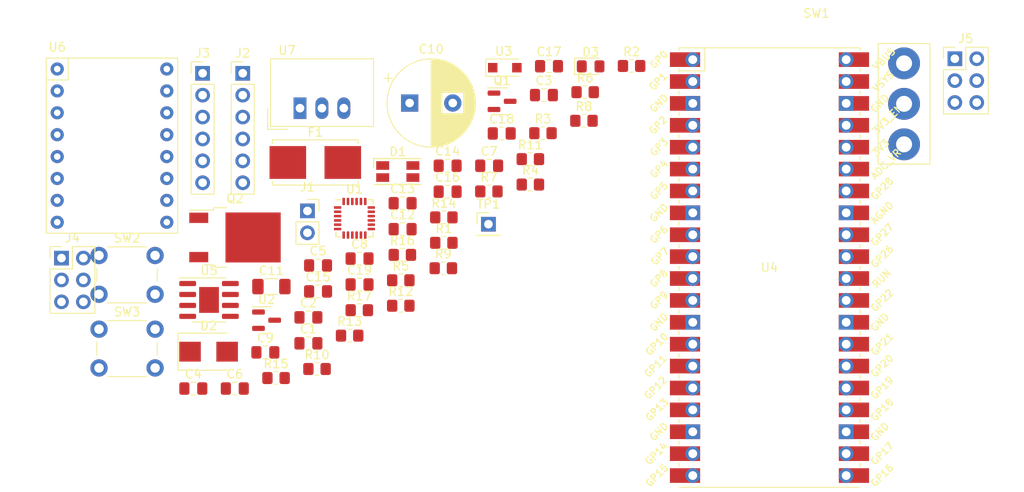
<source format=kicad_pcb>
(kicad_pcb (version 20211014) (generator pcbnew)
  (layers (0 "F.Cu" signal) (31 "B.Cu" signal) (34 "B.Paste" user) (35 "F.Paste" user) (36 "B.SilkS" user "B.Silkscreen") (37 "F.SilkS" user "F.Silkscreen") (38 "B.Mask" user) (39 "F.Mask" user) (44 "Edge.Cuts" user))
  (net 0 "")
  (net 1 "GND")
  (net 2 "Net-(C1-Pad2)")
  (net 3 "+3V3")
  (net 4 "Net-(C3-Pad2)")
  (net 5 "Net-(C5-Pad2)")
  (net 6 "Net-(C6-Pad2)")
  (net 7 "Net-(C7-Pad2)")
  (net 8 "VSYS")
  (net 9 "VBAT")
  (net 10 "Net-(D1-Pad2)")
  (net 11 "Net-(D1-Pad3)")
  (net 12 "Net-(D1-Pad4)")
  (net 13 "Net-(D2-Pad1)")
  (net 14 "Net-(D3-Pad2)")
  (net 15 "Net-(F1-Pad1)")
  (net 16 "/AOUT1")
  (net 17 "/AOUT2")
  (net 18 "/AENC1")
  (net 19 "/AENC2")
  (net 20 "/BOUT1")
  (net 21 "/BOUT2")
  (net 22 "/BENC1")
  (net 23 "/BENC2")
  (net 24 "/GPIO0")
  (net 25 "/GPIO1")
  (net 26 "/GPIO9")
  (net 27 "/GPIO10")
  (net 28 "/GPIO27")
  (net 29 "/GPIO28")
  (net 30 "VBUS")
  (net 31 "Net-(Q2-Pad1)")
  (net 32 "VBAT_UNSW")
  (net 33 "/SDA")
  (net 34 "Net-(R2-Pad2)")
  (net 35 "/SCL")
  (net 36 "Net-(R4-Pad2)")
  (net 37 "Net-(R5-Pad2)")
  (net 38 "Net-(R6-Pad2)")
  (net 39 "/MODE")
  (net 40 "Net-(R10-Pad1)")
  (net 41 "/VBUS_IN")
  (net 42 "/3V3_EN")
  (net 43 "/RESET")
  (net 46 "/INT")
  (net 47 "/VBAT_MEASURE")
  (net 48 "/PWMB")
  (net 49 "/BIN2")
  (net 50 "/BIN1")
  (net 51 "/STDBY")
  (net 52 "/AIN1")
  (net 53 "/AIN2")
  (net 54 "/PWMA")
  (footprint "Button_Switch_THT:SW_PUSH_6mm" (layer "F.Cu") (at 121.78 97.76)
    (fp_text reference "SW2" (at 3.25 -2) (layer "F.SilkS"))
    (fp_text value "SW_Push")
    (pad "1" thru_hole circle (at 6.5 0 90) (size 2 2) (drill 1.1) (layers *.Cu *.Mask) (net 1 "GND"))
    (pad "1" thru_hole circle (at 0 0 90) (size 2 2) (drill 1.1) (layers *.Cu *.Mask) (net 1 "GND"))
    (pad "2" thru_hole circle (at 6.5 4.5 90) (size 2 2) (drill 1.1) (layers *.Cu *.Mask) (net 39 "/MODE"))
    (pad "2" thru_hole circle (at 0 4.5 90) (size 2 2) (drill 1.1) (layers *.Cu *.Mask) (net 39 "/MODE"))
  )
  (footprint "Capacitor_SMD:C_0805_2012Metric_Pad1.18x1.45mm_HandSolder" (layer "F.Cu") (at 151.98 98.12)
    (fp_text reference "C8" (at 0 -1.68) (layer "F.SilkS"))
    (fp_text value "47uF 6.3V X5R 20%")
    (pad "1" smd roundrect (at -1.0375 0) (size 1.175 1.45) (layers "F.Cu" "F.Paste" "F.Mask") (roundrect_rratio 0.212766) (net 1 "GND"))
    (pad "2" smd roundrect (at 1.0375 0) (size 1.175 1.45) (layers "F.Cu" "F.Paste" "F.Mask") (roundrect_rratio 0.212766) (net 8 "VSYS"))
  )
  (footprint "Resistor_SMD:R_0805_2012Metric_Pad1.20x1.40mm_HandSolder" (layer "F.Cu") (at 147.05 110.93)
    (fp_text reference "R10" (at 0 -1.65) (layer "F.SilkS"))
    (fp_text value "10k")
    (pad "1" smd roundrect (at -1 0) (size 1.2 1.4) (layers "F.Cu" "F.Paste" "F.Mask") (roundrect_rratio 0.208333) (net 40 "Net-(R10-Pad1)"))
    (pad "2" smd roundrect (at 1 0) (size 1.2 1.4) (layers "F.Cu" "F.Paste" "F.Mask") (roundrect_rratio 0.208333) (net 32 "VBAT_UNSW"))
  )
  (footprint "Resistor_SMD:R_0805_2012Metric_Pad1.20x1.40mm_HandSolder" (layer "F.Cu") (at 173.24 83.57)
    (fp_text reference "R3" (at 0 -1.65) (layer "F.SilkS"))
    (fp_text value "4.7k")
    (pad "1" smd roundrect (at -1 0) (size 1.2 1.4) (layers "F.Cu" "F.Paste" "F.Mask") (roundrect_rratio 0.208333) (net 35 "/SCL"))
    (pad "2" smd roundrect (at 1 0) (size 1.2 1.4) (layers "F.Cu" "F.Paste" "F.Mask") (roundrect_rratio 0.208333) (net 3 "+3V3"))
  )
  (footprint "Capacitor_SMD:C_0805_2012Metric_Pad1.18x1.45mm_HandSolder" (layer "F.Cu") (at 162.19 90.36)
    (fp_text reference "C16" (at 0 -1.68) (layer "F.SilkS"))
    (fp_text value "100nF")
    (pad "1" smd roundrect (at -1.0375 0) (size 1.175 1.45) (layers "F.Cu" "F.Paste" "F.Mask") (roundrect_rratio 0.212766) (net 1 "GND"))
    (pad "2" smd roundrect (at 1.0375 0) (size 1.175 1.45) (layers "F.Cu" "F.Paste" "F.Mask") (roundrect_rratio 0.212766) (net 9 "VBAT"))
  )
  (footprint "Capacitor_SMD:C_0805_2012Metric_Pad1.18x1.45mm_HandSolder" (layer "F.Cu") (at 132.71 113.2)
    (fp_text reference "C4" (at 0 -1.68) (layer "F.SilkS"))
    (fp_text value "100nF")
    (pad "1" smd roundrect (at -1.0375 0) (size 1.175 1.45) (layers "F.Cu" "F.Paste" "F.Mask") (roundrect_rratio 0.212766) (net 1 "GND"))
    (pad "2" smd roundrect (at 1.0375 0) (size 1.175 1.45) (layers "F.Cu" "F.Paste" "F.Mask") (roundrect_rratio 0.212766) (net 3 "+3V3"))
  )
  (footprint "Capacitor_SMD:C_0805_2012Metric_Pad1.18x1.45mm_HandSolder" (layer "F.Cu") (at 146.05 104.94)
    (fp_text reference "C2" (at 0 -1.68) (layer "F.SilkS"))
    (fp_text value "100nF")
    (pad "1" smd roundrect (at -1.0375 0) (size 1.175 1.45) (layers "F.Cu" "F.Paste" "F.Mask") (roundrect_rratio 0.212766) (net 1 "GND"))
    (pad "2" smd roundrect (at 1.0375 0) (size 1.175 1.45) (layers "F.Cu" "F.Paste" "F.Mask") (roundrect_rratio 0.212766) (net 3 "+3V3"))
  )
  (footprint "Capacitor_SMD:C_0805_2012Metric_Pad1.18x1.45mm_HandSolder" (layer "F.Cu") (at 141.06 109)
    (fp_text reference "C9" (at 0 -1.68) (layer "F.SilkS"))
    (fp_text value "100nF")
    (pad "1" smd roundrect (at -1.0375 0) (size 1.175 1.45) (layers "F.Cu" "F.Paste" "F.Mask") (roundrect_rratio 0.212766) (net 1 "GND"))
    (pad "2" smd roundrect (at 1.0375 0) (size 1.175 1.45) (layers "F.Cu" "F.Paste" "F.Mask") (roundrect_rratio 0.212766) (net 8 "VSYS"))
  )
  (footprint "Connector_PinHeader_2.54mm:PinHeader_1x01_P2.54mm_Vertical" (layer "F.Cu") (at 166.92 94.13)
    (fp_text reference "TP1" (at 0 -2.33) (layer "F.SilkS"))
    (fp_text value "TestPoint")
    (pad "1" thru_hole rect (at 0 0) (size 1.7 1.7) (drill 1) (layers *.Cu *.Mask) (net 1 "GND"))
  )
  (footprint "Sensor_Motion:InvenSense_QFN-24_4x4mm_P0.5mm" (layer "F.Cu") (at 151.39 93.44)
    (fp_text reference "U1" (at 0 -3.375) (layer "F.SilkS"))
    (fp_text value "MPU-6050")
    (pad "1" smd roundrect (at -1.95 -1.25) (size 0.85 0.3) (layers "F.Cu" "F.Paste" "F.Mask") (net 1 "GND"))
    (pad "2" smd roundrect (at -1.95 -0.75) (size 0.85 0.3) (layers "F.Cu" "F.Paste" "F.Mask"))
    (pad "3" smd roundrect (at -1.95 -0.25) (size 0.85 0.3) (layers "F.Cu" "F.Paste" "F.Mask"))
    (pad "4" smd roundrect (at -1.95 0.25) (size 0.85 0.3) (layers "F.Cu" "F.Paste" "F.Mask"))
    (pad "5" smd roundrect (at -1.95 0.75) (size 0.85 0.3) (layers "F.Cu" "F.Paste" "F.Mask"))
    (pad "6" smd roundrect (at -1.95 1.25) (size 0.85 0.3) (layers "F.Cu" "F.Paste" "F.Mask"))
    (pad "7" smd roundrect (at -1.25 1.95 90) (size 0.85 0.3) (layers "F.Cu" "F.Paste" "F.Mask"))
    (pad "8" smd roundrect (at -0.75 1.95 90) (size 0.85 0.3) (layers "F.Cu" "F.Paste" "F.Mask") (net 3 "+3V3"))
    (pad "9" smd roundrect (at -0.25 1.95 90) (size 0.85 0.3) (layers "F.Cu" "F.Paste" "F.Mask") (net 34 "Net-(R2-Pad2)"))
    (pad "10" smd roundrect (at 0.25 1.95 90) (size 0.85 0.3) (layers "F.Cu" "F.Paste" "F.Mask") (net 4 "Net-(C3-Pad2)"))
    (pad "11" smd roundrect (at 0.75 1.95 90) (size 0.85 0.3) (layers "F.Cu" "F.Paste" "F.Mask") (net 1 "GND"))
    (pad "12" smd roundrect (at 1.25 1.95 90) (size 0.85 0.3) (layers "F.Cu" "F.Paste" "F.Mask") (net 46 "/INT"))
    (pad "13" smd roundrect (at 1.95 1.25) (size 0.85 0.3) (layers "F.Cu" "F.Paste" "F.Mask") (net 3 "+3V3"))
    (pad "14" smd roundrect (at 1.95 0.75) (size 0.85 0.3) (layers "F.Cu" "F.Paste" "F.Mask"))
    (pad "15" smd roundrect (at 1.95 0.25) (size 0.85 0.3) (layers "F.Cu" "F.Paste" "F.Mask"))
    (pad "16" smd roundrect (at 1.95 -0.25) (size 0.85 0.3) (layers "F.Cu" "F.Paste" "F.Mask"))
    (pad "17" smd roundrect (at 1.95 -0.75) (size 0.85 0.3) (layers "F.Cu" "F.Paste" "F.Mask"))
    (pad "18" smd roundrect (at 1.95 -1.25) (size 0.85 0.3) (layers "F.Cu" "F.Paste" "F.Mask") (net 1 "GND"))
    (pad "19" smd roundrect (at 1.25 -1.95 90) (size 0.85 0.3) (layers "F.Cu" "F.Paste" "F.Mask"))
    (pad "20" smd roundrect (at 0.75 -1.95 90) (size 0.85 0.3) (layers "F.Cu" "F.Paste" "F.Mask") (net 2 "Net-(C1-Pad2)"))
    (pad "21" smd roundrect (at 0.25 -1.95 90) (size 0.85 0.3) (layers "F.Cu" "F.Paste" "F.Mask"))
    (pad "22" smd roundrect (at -0.25 -1.95 90) (size 0.85 0.3) (layers "F.Cu" "F.Paste" "F.Mask"))
    (pad "23" smd roundrect (at -0.75 -1.95 90) (size 0.85 0.3) (layers "F.Cu" "F.Paste" "F.Mask") (net 35 "/SCL"))
    (pad "24" smd roundrect (at -1.25 -1.95 90) (size 0.85 0.3) (layers "F.Cu" "F.Paste" "F.Mask") (net 33 "/SDA"))
  )
  (footprint "Resistor_SMD:R_0805_2012Metric_Pad1.20x1.40mm_HandSolder" (layer "F.Cu") (at 161.69 99.24)
    (fp_text reference "R9" (at 0 -1.65) (layer "F.SilkS"))
    (fp_text value "9.1k")
    (pad "1" smd roundrect (at -1 0) (size 1.2 1.4) (layers "F.Cu" "F.Paste" "F.Mask") (roundrect_rratio 0.208333) (net 1 "GND"))
    (pad "2" smd roundrect (at 1 0) (size 1.2 1.4) (layers "F.Cu" "F.Paste" "F.Mask") (roundrect_rratio 0.208333) (net 5 "Net-(C5-Pad2)"))
  )
  (footprint "pico-bot:RPi_Pico_SMD_TH" (layer "F.Cu") (at 199.495 99.165)
    (fp_text reference "U4" (at 0 0) (layer "F.SilkS"))
    (fp_text value "Pico W")
    (fp_text user "GP14" (at -13.1 21.59 45) (layer "F.SilkS") (effects (font (size 0.8 0.8))))
    (fp_text user "RUN" (at 13 1.27 45) (layer "F.SilkS") (effects (font (size 0.8 0.8))))
    (fp_text user "3V3_EN" (at 13.7 -17.2 45) (layer "F.SilkS") (effects (font (size 0.8 0.8))))
    (fp_text user "GP5" (at -12.8 -8.89 45) (layer "F.SilkS") (effects (font (size 0.8 0.8))))
    (fp_text user "GP28" (at 13.054 -9.144 45) (layer "F.SilkS") (effects (font (size 0.8 0.8))))
    (fp_text user "VSYS" (at 13.2 -21.59 45) (layer "F.SilkS") (effects (font (size 0.8 0.8))))
    (fp_text user "GP15" (at -13.054 24.13 45) (layer "F.SilkS") (effects (font (size 0.8 0.8))))
    (fp_text user "GP9" (at -12.8 3.81 45) (layer "F.SilkS") (effects (font (size 0.8 0.8))))
    (fp_text user "GND" (at 12.8 19.05 45) (layer "F.SilkS") (effects (font (size 0.8 0.8))))
    (fp_text user "GP19" (at 13.054 13.97 45) (layer "F.SilkS") (effects (font (size 0.8 0.8))))
    (fp_text user "3V3" (at 12.9 -13.9 45) (layer "F.SilkS") (effects (font (size 0.8 0.8))))
    (fp_text user "GND" (at 12.8 6.35 45) (layer "F.SilkS") (effects (font (size 0.8 0.8))))
    (fp_text user "GP11" (at -13.2 11.43 45) (layer "F.SilkS") (effects (font (size 0.8 0.8))))
    (fp_text user "GND" (at -12.8 19.05 45) (layer "F.SilkS") (effects (font (size 0.8 0.8))))
    (fp_text user "GP26" (at 13.054 -1.27 45) (layer "F.SilkS") (effects (font (size 0.8 0.8))))
    (fp_text user "GP0" (at -12.8 -24.13 45) (layer "F.SilkS") (effects (font (size 0.8 0.8))))
    (fp_text user "GP3" (at -12.8 -13.97 45) (layer "F.SilkS") (effects (font (size 0.8 0.8))))
    (fp_text user "GND" (at -12.8 -19.05 45) (layer "F.SilkS") (effects (font (size 0.8 0.8))))
    (fp_text user "GP1" (at -12.9 -21.6 45) (layer "F.SilkS") (effects (font (size 0.8 0.8))))
    (fp_text user "GP4" (at -12.8 -11.43 45) (layer "F.SilkS") (effects (font (size 0.8 0.8))))
    (fp_text user "GP18" (at 13.054 16.51 45) (layer "F.SilkS") (effects (font (size 0.8 0.8))))
    (fp_text user "VBUS" (at 13.3 -24.2 45) (layer "F.SilkS") (effects (font (size 0.8 0.8))))
    (fp_text user "GND" (at -12.8 6.35 45) (layer "F.SilkS") (effects (font (size 0.8 0.8))))
    (fp_text user "GP17" (at 13.054 21.59 45) (layer "F.SilkS") (effects (font (size 0.8 0.8))))
    (fp_text user "GP6" (at -12.8 -3.81 45) (layer "F.SilkS") (effects (font (size 0.8 0.8))))
    (fp_text user "GND" (at -12.8 -6.35 45) (layer "F.SilkS") (effects (font (size 0.8 0.8))))
    (fp_text user "GP22" (at 13.054 3.81 45) (layer "F.SilkS") (effects (font (size 0.8 0.8))))
    (fp_text user "GP21" (at 13.054 8.9 45) (layer "F.SilkS") (effects (font (size 0.8 0.8))))
    (fp_text user "GP2" (at -12.9 -16.51 45) (layer "F.SilkS") (effects (font (size 0.8 0.8))))
    (fp_text user "GP10" (at -13.054 8.89 45) (layer "F.SilkS") (effects (font (size 0.8 0.8))))
    (fp_text user "GND" (at 12.8 -19.05 45) (layer "F.SilkS") (effects (font (size 0.8 0.8))))
    (fp_text user "GP20" (at 13.054 11.43 45) (layer "F.SilkS") (effects (font (size 0.8 0.8))))
    (fp_text user "GP7" (at -12.7 -1.3 45) (layer "F.SilkS") (effects (font (size 0.8 0.8))))
    (fp_text user "GP16" (at 13.054 24.13 45) (layer "F.SilkS") (effects (font (size 0.8 0.8))))
    (fp_text user "AGND" (at 13.054 -6.35 45) (layer "F.SilkS") (effects (font (size 0.8 0.8))))
    (fp_text user "GP13" (at -13.054 16.51 45) (layer "F.SilkS") (effects (font (size 0.8 0.8))))
    (fp_text user "ADC_VREF" (at 14 -12.5 45) (layer "F.SilkS") (effects (font (size 0.8 0.8))))
    (fp_text user "GP8" (at -12.8 1.27 45) (layer "F.SilkS") (effects (font (size 0.8 0.8))))
    (fp_text user "GP12" (at -13.2 13.97 45) (layer "F.SilkS") (effects (font (size 0.8 0.8))))
    (fp_text user "GP27" (at 13.054 -3.8 45) (layer "F.SilkS") (effects (font (size 0.8 0.8))))
    (pad "" np_thru_hole oval (at 2.425 -20.97) (size 1.5 1.5) (drill 1.5) (layers *.Cu *.Mask))
    (pad "" np_thru_hole oval (at 2.725 -24) (size 1.8 1.8) (drill 1.8) (layers *.Cu *.Mask))
    (pad "" np_thru_hole oval (at -2.725 -24) (size 1.8 1.8) (drill 1.8) (layers *.Cu *.Mask))
    (pad "" np_thru_hole oval (at -2.425 -20.97) (size 1.5 1.5) (drill 1.5) (layers *.Cu *.Mask))
    (pad "1" thru_hole oval (at -8.89 -24.13) (size 1.7 1.7) (drill 1.02) (layers *.Cu *.Mask) (net 24 "/GPIO0"))
    (pad "1" smd rect (at -8.89 -24.13) (size 3.5 1.7) (drill (offset -0.9 0)) (layers "F.Cu" "F.Mask") (net 24 "/GPIO0"))
    (pad "2" thru_hole oval (at -8.89 -21.59) (size 1.7 1.7) (drill 1.02) (layers *.Cu *.Mask) (net 25 "/GPIO1"))
    (pad "2" smd rect (at -8.89 -21.59) (size 3.5 1.7) (drill (offset -0.9 0)) (layers "F.Cu" "F.Mask") (net 25 "/GPIO1"))
    (pad "3" thru_hole rect (at -8.89 -19.05) (size 1.7 1.7) (drill 1.02) (layers *.Cu *.Mask) (net 1 "GND"))
    (pad "3" smd rect (at -8.89 -19.05) (size 3.5 1.7) (drill (offset -0.9 0)) (layers "F.Cu" "F.Mask") (net 1 "GND"))
    (pad "4" smd rect (at -8.89 -16.51) (size 3.5 1.7) (drill (offset -0.9 0)) (layers "F.Cu" "F.Mask") (net 41 "/VBUS_IN"))
    (pad "4" thru_hole oval (at -8.89 -16.51) (size 1.7 1.7) (drill 1.02) (layers *.Cu *.Mask) (net 41 "/VBUS_IN"))
    (pad "5" thru_hole oval (at -8.89 -13.97) (size 1.7 1.7) (drill 1.02) (layers *.Cu *.Mask) (net 36 "Net-(R4-Pad2)"))
    (pad "5" smd rect (at -8.89 -13.97) (size 3.5 1.7) (drill (offset -0.9 0)) (layers "F.Cu" "F.Mask") (net 36 "Net-(R4-Pad2)"))
    (pad "6" smd rect (at -8.89 -11.43) (size 3.5 1.7) (drill (offset -0.9 0)) (layers "F.Cu" "F.Mask") (net 37 "Net-(R5-Pad2)"))
    (pad "6" thru_hole oval (at -8.89 -11.43) (size 1.7 1.7) (drill 1.02) (layers *.Cu *.Mask) (net 37 "Net-(R5-Pad2)"))
    (pad "7" smd rect (at -8.89 -8.89) (size 3.5 1.7) (drill (offset -0.9 0)) (layers "F.Cu" "F.Mask") (net 38 "Net-(R6-Pad2)"))
    (pad "7" thru_hole oval (at -8.89 -8.89) (size 1.7 1.7) (drill 1.02) (layers *.Cu *.Mask) (net 38 "Net-(R6-Pad2)"))
    (pad "8" smd rect (at -8.89 -6.35) (size 3.5 1.7) (drill (offset -0.9 0)) (layers "F.Cu" "F.Mask") (net 1 "GND"))
    (pad "8" thru_hole rect (at -8.89 -6.35) (size 1.7 1.7) (drill 1.02) (layers *.Cu *.Mask) (net 1 "GND"))
    (pad "9" smd rect (at -8.89 -3.81) (size 3.5 1.7) (drill (offset -0.9 0)) (layers "F.Cu" "F.Mask") (net 33 "/SDA"))
    (pad "9" thru_hole oval (at -8.89 -3.81) (size 1.7 1.7) (drill 1.02) (layers *.Cu *.Mask) (net 33 "/SDA"))
    (pad "10" smd rect (at -8.89 -1.27) (size 3.5 1.7) (drill (offset -0.9 0)) (layers "F.Cu" "F.Mask") (net 35 "/SCL"))
    (pad "10" thru_hole oval (at -8.89 -1.27) (size 1.7 1.7) (drill 1.02) (layers *.Cu *.Mask) (net 35 "/SCL"))
    (pad "11" smd rect (at -8.89 1.27) (size 3.5 1.7) (drill (offset -0.9 0)) (layers "F.Cu" "F.Mask") (net 46 "/INT"))
    (pad "11" thru_hole oval (at -8.89 1.27) (size 1.7 1.7) (drill 1.02) (layers *.Cu *.Mask) (net 46 "/INT"))
    (pad "12" thru_hole oval (at -8.89 3.81) (size 1.7 1.7) (drill 1.02) (layers *.Cu *.Mask) (net 26 "/GPIO9"))
    (pad "12" smd rect (at -8.89 3.81) (size 3.5 1.7) (drill (offset -0.9 0)) (layers "F.Cu" "F.Mask") (net 26 "/GPIO9"))
    (pad "13" thru_hole rect (at -8.89 6.35) (size 1.7 1.7) (drill 1.02) (layers *.Cu *.Mask) (net 1 "GND"))
    (pad "13" smd rect (at -8.89 6.35) (size 3.5 1.7) (drill (offset -0.9 0)) (layers "F.Cu" "F.Mask") (net 1 "GND"))
    (pad "14" smd rect (at -8.89 8.89) (size 3.5 1.7) (drill (offset -0.9 0)) (layers "F.Cu" "F.Mask") (net 27 "/GPIO10"))
    (pad "14" thru_hole oval (at -8.89 8.89) (size 1.7 1.7) (drill 1.02) (layers *.Cu *.Mask) (net 27 "/GPIO10"))
    (pad "15" smd rect (at -8.89 11.43) (size 3.5 1.7) (drill (offset -0.9 0)) (layers "F.Cu" "F.Mask") (net 39 "/MODE"))
    (pad "15" thru_hole oval (at -8.89 11.43) (size 1.7 1.7) (drill 1.02) (layers *.Cu *.Mask) (net 39 "/MODE"))
    (pad "16" thru_hole oval (at -8.89 13.97) (size 1.7 1.7) (drill 1.02) (layers *.Cu *.Mask) (net 18 "/AENC1"))
    (pad "16" smd rect (at -8.89 13.97) (size 3.5 1.7) (drill (offset -0.9 0)) (layers "F.Cu" "F.Mask") (net 18 "/AENC1"))
    (pad "17" thru_hole oval (at -8.89 16.51) (size 1.7 1.7) (drill 1.02) (layers *.Cu *.Mask) (net 19 "/AENC2"))
    (pad "17" smd rect (at -8.89 16.51) (size 3.5 1.7) (drill (offset -0.9 0)) (layers "F.Cu" "F.Mask") (net 19 "/AENC2"))
    (pad "18" thru_hole rect (at -8.89 19.05) (size 1.7 1.7) (drill 1.02) (layers *.Cu *.Mask) (net 1 "GND"))
    (pad "18" smd rect (at -8.89 19.05) (size 3.5 1.7) (drill (offset -0.9 0)) (layers "F.Cu" "F.Mask") (net 1 "GND"))
    (pad "19" smd rect (at -8.89 21.59) (size 3.5 1.7) (drill (offset -0.9 0)) (layers "F.Cu" "F.Mask") (net 22 "/BENC1"))
    (pad "19" thru_hole oval (at -8.89 21.59) (size 1.7 1.7) (drill 1.02) (layers *.Cu *.Mask) (net 22 "/BENC1"))
    (pad "20" smd rect (at -8.89 24.13) (size 3.5 1.7) (drill (offset -0.9 0)) (layers "F.Cu" "F.Mask") (net 23 "/BENC2"))
    (pad "20" thru_hole oval (at -8.89 24.13) (size 1.7 1.7) (drill 1.02) (layers *.Cu *.Mask) (net 23 "/BENC2"))
    (pad "21" smd rect (at 8.89 24.13) (size 3.5 1.7) (drill (offset 0.9 0)) (layers "F.Cu" "F.Mask") (net 48 "/PWMB"))
    (pad "21" thru_hole oval (at 8.89 24.13) (size 1.7 1.7) (drill 1.02) (layers *.Cu *.Mask) (net 48 "/PWMB"))
    (pad "22" smd rect (at 8.89 21.59) (size 3.5 1.7) (drill (offset 0.9 0)) (layers "F.Cu" "F.Mask") (net 54 "/PWMA"))
    (pad "22" thru_hole oval (at 8.89 21.59) (size 1.7 1.7) (drill 1.02) (layers *.Cu *.Mask) (net 54 "/PWMA"))
    (pad "23" thru_hole rect (at 8.89 19.05) (size 1.7 1.7) (drill 1.02) (layers *.Cu *.Mask) (net 1 "GND"))
    (pad "23" smd rect (at 8.89 19.05) (size 3.5 1.7) (drill (offset 0.9 0)) (layers "F.Cu" "F.Mask") (net 1 "GND"))
    (pad "24" smd rect (at 8.89 16.51) (size 3.5 1.7) (drill (offset 0.9 0)) (layers "F.Cu" "F.Mask") (net 49 "/BIN2"))
    (pad "24" thru_hole oval (at 8.89 16.51) (size 1.7 1.7) (drill 1.02) (layers *.Cu *.Mask) (net 49 "/BIN2"))
    (pad "25" smd rect (at 8.89 13.97) (size 3.5 1.7) (drill (offset 0.9 0)) (layers "F.Cu" "F.Mask") (net 50 "/BIN1"))
    (pad "25" thru_hole oval (at 8.89 13.97) (size 1.7 1.7) (drill 1.02) (layers *.Cu *.Mask) (net 50 "/BIN1"))
    (pad "26" thru_hole oval (at 8.89 11.43) (size 1.7 1.7) (drill 1.02) (layers *.Cu *.Mask) (net 53 "/AIN2"))
    (pad "26" smd rect (at 8.89 11.43) (size 3.5 1.7) (drill (offset 0.9 0)) (layers "F.Cu" "F.Mask") (net 53 "/AIN2"))
    (pad "27" smd rect (at 8.89 8.89) (size 3.5 1.7) (drill (offset 0.9 0)) (layers "F.Cu" "F.Mask") (net 52 "/AIN1"))
    (pad "27" thru_hole oval (at 8.89 8.89) (size 1.7 1.7) (drill 1.02) (layers *.Cu *.Mask) (net 52 "/AIN1"))
    (pad "28" smd rect (at 8.89 6.35) (size 3.5 1.7) (drill (offset 0.9 0)) (layers "F.Cu" "F.Mask") (net 1 "GND"))
    (pad "28" thru_hole rect (at 8.89 6.35) (size 1.7 1.7) (drill 1.02) (layers *.Cu *.Mask) (net 1 "GND"))
    (pad "29" thru_hole oval (at 8.89 3.81) (size 1.7 1.7) (drill 1.02) (layers *.Cu *.Mask) (net 51 "/STDBY"))
    (pad "29" smd rect (at 8.89 3.81) (size 3.5 1.7) (drill (offset 0.9 0)) (layers "F.Cu" "F.Mask") (net 51 "/STDBY"))
    (pad "30" smd rect (at 8.89 1.27) (size 3.5 1.7) (drill (offset 0.9 0)) (layers "F.Cu" "F.Mask") (net 43 "/RESET"))
    (pad "30" thru_hole oval (at 8.89 1.27) (size 1.7 1.7) (drill 1.02) (layers *.Cu *.Mask) (net 43 "/RESET"))
    (pad "31" thru_hole oval (at 8.89 -1.27) (size 1.7 1.7) (drill 1.02) (layers *.Cu *.Mask) (net 47 "/VBAT_MEASURE"))
    (pad "31" smd rect (at 8.89 -1.27) (size 3.5 1.7) (drill (offset 0.9 0)) (layers "F.Cu" "F.Mask") (net 47 "/VBAT_MEASURE"))
    (pad "32" thru_hole oval (at 8.89 -3.81) (size 1.7 1.7) (drill 1.02) (layers *.Cu *.Mask) (net 28 "/GPIO27"))
    (pad "32" smd rect (at 8.89 -3.81) (size 3.5 1.7) (drill (offset 0.9 0)) (layers "F.Cu" "F.Mask") (net 28 "/GPIO27"))
    (pad "33" thru_hole rect (at 8.89 -6.35) (size 1.7 1.7) (drill 1.02) (layers *.Cu *.Mask) (net 1 "GND"))
    (pad "33" smd rect (at 8.89 -6.35) (size 3.5 1.7) (drill (offset 0.9 0)) (layers "F.Cu" "F.Mask") (net 1 "GND"))
    (pad "34" thru_hole oval (at 8.89 -8.89) (size 1.7 1.7) (drill 1.02) (layers *.Cu *.Mask) (net 29 "/GPIO28"))
    (pad "34" smd rect (at 8.89 -8.89) (size 3.5 1.7) (drill (offset 0.9 0)) (layers "F.Cu" "F.Mask") (net 29 "/GPIO28"))
    (pad "35" smd rect (at 8.89 -11.43) (size 3.5 1.7) (drill (offset 0.9 0)) (layers "F.Cu" "F.Mask") (net 3 "+3V3"))
    (pad "35" thru_hole oval (at 8.89 -11.43) (size 1.7 1.7) (drill 1.02) (layers *.Cu *.Mask) (net 3 "+3V3"))
    (pad "36" smd rect (at 8.89 -13.97) (size 3.5 1.7) (drill (offset 0.9 0)) (layers "F.Cu" "F.Mask"))
    (pad "36" thru_hole oval (at 8.89 -13.97) (size 1.7 1.7) (drill 1.02) (layers *.Cu *.Mask))
    (pad "37" thru_hole oval (at 8.89 -16.51) (size 1.7 1.7) (drill 1.02) (layers *.Cu *.Mask) (net 42 "/3V3_EN"))
    (pad "37" smd rect (at 8.89 -16.51) (size 3.5 1.7) (drill (offset 0.9 0)) (layers "F.Cu" "F.Mask") (net 42 "/3V3_EN"))
    (pad "38" thru_hole rect (at 8.89 -19.05) (size 1.7 1.7) (drill 1.02) (layers *.Cu *.Mask) (net 1 "GND"))
    (pad "38" smd rect (at 8.89 -19.05) (size 3.5 1.7) (drill (offset 0.9 0)) (layers "F.Cu" "F.Mask") (net 1 "GND"))
    (pad "39" smd rect (at 8.89 -21.59) (size 3.5 1.7) (drill (offset 0.9 0)) (layers "F.Cu" "F.Mask") (net 8 "VSYS"))
    (pad "39" thru_hole oval (at 8.89 -21.59) (size 1.7 1.7) (drill 1.02) (layers *.Cu *.Mask) (net 8 "VSYS"))
    (pad "40" smd rect (at 8.89 -24.13) (size 3.5 1.7) (drill (offset 0.9 0)) (layers "F.Cu" "F.Mask") (net 30 "VBUS"))
    (pad "40" thru_hole oval (at 8.89 -24.13) (size 1.7 1.7) (drill 1.02) (layers *.Cu *.Mask) (net 30 "VBUS"))
  )
  (footprint "Package_TO_SOT_SMD:SOT-23" (layer "F.Cu") (at 168.5 79.87)
    (fp_text reference "Q1" (at 0 -2.4) (layer "F.SilkS"))
    (fp_text value "DMG2305UX")
    (pad "1" smd roundrect (at -0.9375 -0.95) (size 1.475 0.6) (layers "F.Cu" "F.Paste" "F.Mask") (net 30 "VBUS"))
    (pad "2" smd roundrect (at -0.9375 0.95) (size 1.475 0.6) (layers "F.Cu" "F.Paste" "F.Mask") (net 8 "VSYS"))
    (pad "3" smd roundrect (at 0.9375 0) (size 1.475 0.6) (layers "F.Cu" "F.Paste" "F.Mask") (net 3 "+3V3"))
  )
  (footprint "Capacitor_SMD:C_0805_2012Metric_Pad1.18x1.45mm_HandSolder" (layer "F.Cu") (at 167 87.35)
    (fp_text reference "C7" (at 0 -1.68) (layer "F.SilkS"))
    (fp_text value "10nF")
    (pad "1" smd roundrect (at -1.0375 0) (size 1.175 1.45) (layers "F.Cu" "F.Paste" "F.Mask") (roundrect_rratio 0.212766) (net 5 "Net-(C5-Pad2)"))
    (pad "2" smd roundrect (at 1.0375 0) (size 1.175 1.45) (layers "F.Cu" "F.Paste" "F.Mask") (roundrect_rratio 0.212766) (net 7 "Net-(C7-Pad2)"))
  )
  (footprint "Diode_SMD:D_SMB" (layer "F.Cu") (at 134.48 108.92)
    (fp_text reference "D2" (at 0 -3) (layer "F.SilkS"))
    (fp_text value "B240")
    (pad "1" smd rect (at -2.15 0) (size 2.5 2.3) (layers "F.Cu" "F.Paste" "F.Mask") (net 13 "Net-(D2-Pad1)"))
    (pad "2" smd rect (at 2.15 0) (size 2.5 2.3) (layers "F.Cu" "F.Paste" "F.Mask") (net 1 "GND"))
  )
  (footprint "Capacitor_SMD:C_0805_2012Metric_Pad1.18x1.45mm_HandSolder" (layer "F.Cu") (at 168.46 83.6)
    (fp_text reference "C18" (at 0 -1.68) (layer "F.SilkS"))
    (fp_text value "100nF")
    (pad "1" smd roundrect (at -1.0375 0) (size 1.175 1.45) (layers "F.Cu" "F.Paste" "F.Mask") (roundrect_rratio 0.212766) (net 1 "GND"))
    (pad "2" smd roundrect (at 1.0375 0) (size 1.175 1.45) (layers "F.Cu" "F.Paste" "F.Mask") (roundrect_rratio 0.212766) (net 3 "+3V3"))
  )
  (footprint "Capacitor_SMD:C_0805_2012Metric_Pad1.18x1.45mm_HandSolder" (layer "F.Cu") (at 151.98 101.13)
    (fp_text reference "C19" (at 0 -1.68) (layer "F.SilkS"))
    (fp_text value "100nF")
    (pad "1" smd roundrect (at -1.0375 0) (size 1.175 1.45) (layers "F.Cu" "F.Paste" "F.Mask") (roundrect_rratio 0.212766) (net 1 "GND"))
    (pad "2" smd roundrect (at 1.0375 0) (size 1.175 1.45) (layers "F.Cu" "F.Paste" "F.Mask") (roundrect_rratio 0.212766) (net 3 "+3V3"))
  )
  (footprint "Fuse:Fuseholder_Littelfuse_Nano2_154x" (layer "F.Cu") (at 146.85 86.97)
    (fp_text reference "F1" (at 0 -3.5 unlocked) (layer "F.SilkS"))
    (fp_text value "Fuse")
    (pad "1" smd rect (at -3.185 0) (size 4.24 3.81) (layers "F.Cu" "F.Paste" "F.Mask") (net 15 "Net-(F1-Pad1)"))
    (pad "2" smd rect (at 3.185 0) (size 4.24 3.81) (layers "F.Cu" "F.Paste" "F.Mask") (net 13 "Net-(D2-Pad1)"))
  )
  (footprint "Capacitor_SMD:C_0805_2012Metric_Pad1.18x1.45mm_HandSolder" (layer "F.Cu") (at 137.52 113.2)
    (fp_text reference "C6" (at 0 -1.68) (layer "F.SilkS"))
    (fp_text value "100nF")
    (pad "1" smd roundrect (at -1.0375 0) (size 1.175 1.45) (layers "F.Cu" "F.Paste" "F.Mask") (roundrect_rratio 0.212766) (net 1 "GND"))
    (pad "2" smd roundrect (at 1.0375 0) (size 1.175 1.45) (layers "F.Cu" "F.Paste" "F.Mask") (roundrect_rratio 0.212766) (net 6 "Net-(C6-Pad2)"))
  )
  (footprint "Capacitor_SMD:C_0805_2012Metric_Pad1.18x1.45mm_HandSolder" (layer "F.Cu") (at 146.05 107.95)
    (fp_text reference "C1" (at 0 -1.68) (layer "F.SilkS"))
    (fp_text value "2.2nF")
    (pad "1" smd roundrect (at -1.0375 0) (size 1.175 1.45) (layers "F.Cu" "F.Paste" "F.Mask") (roundrect_rratio 0.212766) (net 1 "GND"))
    (pad "2" smd roundrect (at 1.0375 0) (size 1.175 1.45) (layers "F.Cu" "F.Paste" "F.Mask") (roundrect_rratio 0.212766) (net 2 "Net-(C1-Pad2)"))
  )
  (footprint "pico-bot:1101M2S3CRE2" (layer "F.Cu") (at 215.095 75.465)
    (fp_text reference "SW1" (at -10.16 -5.794 unlocked) (layer "F.SilkS"))
    (fp_text value "SW_SPDT")
    (pad "1" thru_hole circle (at 0 0) (size 3.7 3.7) (drill 1.85) (layers *.Cu *.Mask) (net 32 "VBAT_UNSW"))
    (pad "2" thru_hole circle (at 0 4.7) (size 3.7 3.7) (drill 1.85) (layers *.Cu *.Mask) (net 13 "Net-(D2-Pad1)"))
    (pad "3" thru_hole circle (at 0 9.4) (size 3.7 3.7) (drill 1.85) (layers *.Cu *.Mask))
  )
  (footprint "Package_TO_SOT_SMD:SOT-23" (layer "F.Cu") (at 141.2 105.27)
    (fp_text reference "U2" (at 0 -2.4) (layer "F.SilkS"))
    (fp_text value "LM4040DBZ-2.5")
    (pad "1" smd roundrect (at -0.9375 -0.95) (size 1.475 0.6) (layers "F.Cu" "F.Paste" "F.Mask") (net 40 "Net-(R10-Pad1)"))
    (pad "2" smd roundrect (at -0.9375 0.95) (size 1.475 0.6) (layers "F.Cu" "F.Paste" "F.Mask") (net 1 "GND"))
    (pad "3" smd roundrect (at 0.9375 0) (size 1.475 0.6) (layers "F.Cu" "F.Paste" "F.Mask"))
  )
  (footprint "Connector_PinHeader_2.54mm:PinHeader_1x06_P2.54mm_Vertical" (layer "F.Cu") (at 138.44 76.62)
    (fp_text reference "J2" (at 0 -2.33) (layer "F.SilkS"))
    (fp_text value "Conn_01x06_Male")
    (pad "1" thru_hole rect (at 0 0) (size 1.7 1.7) (drill 1) (layers *.Cu *.Mask) (net 16 "/AOUT1"))
    (pad "2" thru_hole oval (at 0 2.54) (size 1.7 1.7) (drill 1) (layers *.Cu *.Mask) (net 17 "/AOUT2"))
    (pad "3" thru_hole oval (at 0 5.08) (size 1.7 1.7) (drill 1) (layers *.Cu *.Mask) (net 1 "GND"))
    (pad "4" thru_hole oval (at 0 7.62) (size 1.7 1.7) (drill 1) (layers *.Cu *.Mask) (net 3 "+3V3"))
    (pad "5" thru_hole oval (at 0 10.16) (size 1.7 1.7) (drill 1) (layers *.Cu *.Mask) (net 18 "/AENC1"))
    (pad "6" thru_hole oval (at 0 12.7) (size 1.7 1.7) (drill 1) (layers *.Cu *.Mask) (net 19 "/AENC2"))
  )
  (footprint "Capacitor_THT:CP_Radial_D10.0mm_P5.00mm" (layer "F.Cu") (at 157.784646 80.07)
    (fp_text reference "C10" (at 2.5 -6.25) (layer "F.SilkS"))
    (fp_text value "470uF 25V")
    (pad "1" thru_hole rect (at 0 0) (size 2 2) (drill 1) (layers *.Cu *.Mask) (net 9 "VBAT"))
    (pad "2" thru_hole circle (at 5 0) (size 2 2) (drill 1) (layers *.Cu *.Mask) (net 1 "GND"))
  )
  (footprint "Package_SO:SOIC-8-1EP_3.9x4.9mm_P1.27mm_EP2.29x3mm" (layer "F.Cu") (at 134.53 102.92)
    (fp_text reference "U5" (at 0 -3.4) (layer "F.SilkS"))
    (fp_text value "TL062")
    (pad "1" smd roundrect (at -2.475 -1.905) (size 1.95 0.6) (layers "F.Cu" "F.Paste" "F.Mask") (net 7 "Net-(C7-Pad2)"))
    (pad "2" smd roundrect (at -2.475 -0.635) (size 1.95 0.6) (layers "F.Cu" "F.Paste" "F.Mask") (net 5 "Net-(C5-Pad2)"))
    (pad "3" smd roundrect (at -2.475 0.635) (size 1.95 0.6) (layers "F.Cu" "F.Paste" "F.Mask") (net 40 "Net-(R10-Pad1)"))
    (pad "4" smd roundrect (at -2.475 1.905) (size 1.95 0.6) (layers "F.Cu" "F.Paste" "F.Mask") (net 1 "GND"))
    (pad "5" smd roundrect (at 2.475 1.905) (size 1.95 0.6) (layers "F.Cu" "F.Paste" "F.Mask") (net 6 "Net-(C6-Pad2)"))
    (pad "6" smd roundrect (at 2.475 0.635) (size 1.95 0.6) (layers "F.Cu" "F.Paste" "F.Mask") (net 47 "/VBAT_MEASURE"))
    (pad "7" smd roundrect (at 2.475 -0.635) (size 1.95 0.6) (layers "F.Cu" "F.Paste" "F.Mask") (net 47 "/VBAT_MEASURE"))
    (pad "8" smd roundrect (at 2.475 -1.905) (size 1.95 0.6) (layers "F.Cu" "F.Paste" "F.Mask") (net 32 "VBAT_UNSW"))
    (pad "9" smd rect (at 0 0) (size 2.29 3) (layers "F.Cu" "F.Mask"))
  )
  (footprint "LED_SMD:LED_0805_2012Metric_Pad1.15x1.40mm_HandSolder" (layer "F.Cu") (at 178.765 75.815)
    (fp_text reference "D3" (at 0 -1.65) (layer "F.SilkS"))
    (fp_text value "LED")
    (pad "1" smd roundrect (at -1.025 0) (size 1.15 1.4) (layers "F.Cu" "F.Paste" "F.Mask") (roundrect_rratio 0.217391) (net 1 "GND"))
    (pad "2" smd roundrect (at 1.025 0) (size 1.15 1.4) (layers "F.Cu" "F.Paste" "F.Mask") (roundrect_rratio 0.217391) (net 14 "Net-(D3-Pad2)"))
  )
  (footprint "Resistor_SMD:R_0805_2012Metric_Pad1.20x1.40mm_HandSolder" (layer "F.Cu") (at 171.78 86.58)
    (fp_text reference "R11" (at 0 -1.65) (layer "F.SilkS"))
    (fp_text value "10k 1%")
    (pad "1" smd roundrect (at -1 0) (size 1.2 1.4) (layers "F.Cu" "F.Paste" "F.Mask") (roundrect_rratio 0.208333) (net 41 "/VBUS_IN"))
    (pad "2" smd roundrect (at 1 0) (size 1.2 1.4) (layers "F.Cu" "F.Paste" "F.Mask") (roundrect_rratio 0.208333) (net 30 "VBUS"))
  )
  (footprint "Resistor_SMD:R_0805_2012Metric_Pad1.20x1.40mm_HandSolder" (layer "F.Cu") (at 166.97 90.33)
    (fp_text reference "R7" (at 0 -1.65) (layer "F.SilkS"))
    (fp_text value "10k")
    (pad "1" smd roundrect (at -1 0) (size 1.2 1.4) (layers "F.Cu" "F.Paste" "F.Mask") (roundrect_rratio 0.208333) (net 39 "/MODE"))
    (pad "2" smd roundrect (at 1 0) (size 1.2 1.4) (layers "F.Cu" "F.Paste" "F.Mask") (roundrect_rratio 0.208333) (net 3 "+3V3"))
  )
  (footprint "Connector_PinHeader_2.54mm:PinHeader_2x03_P2.54mm_Vertical" (layer "F.Cu") (at 117.43 98.06)
    (fp_text reference "J4" (at 1.27 -2.33) (layer "F.SilkS"))
    (fp_text value "Conn_01x06_Male")
    (pad "1" thru_hole rect (at 0 0) (size 1.7 1.7) (drill 1) (layers *.Cu *.Mask) (net 24 "/GPIO0"))
    (pad "2" thru_hole oval (at 2.54 0) (size 1.7 1.7) (drill 1) (layers *.Cu *.Mask) (net 25 "/GPIO1"))
    (pad "3" thru_hole oval (at 0 2.54) (size 1.7 1.7) (drill 1) (layers *.Cu *.Mask) (net 26 "/GPIO9"))
    (pad "4" thru_hole oval (at 2.54 2.54) (size 1.7 1.7) (drill 1) (layers *.Cu *.Mask) (net 27 "/GPIO10"))
    (pad "5" thru_hole oval (at 0 5.08) (size 1.7 1.7) (drill 1) (layers *.Cu *.Mask) (net 28 "/GPIO27"))
    (pad "6" thru_hole oval (at 2.54 5.08) (size 1.7 1.7) (drill 1) (layers *.Cu *.Mask) (net 29 "/GPIO28"))
  )
  (footprint "Capacitor_SMD:C_0805_2012Metric_Pad1.18x1.45mm_HandSolder" (layer "F.Cu") (at 147.17 98.92)
    (fp_text reference "C5" (at 0 -1.68) (layer "F.SilkS"))
    (fp_text value "10nF")
    (pad "1" smd roundrect (at -1.0375 0) (size 1.175 1.45) (layers "F.Cu" "F.Paste" "F.Mask") (roundrect_rratio 0.212766) (net 1 "GND"))
    (pad "2" smd roundrect (at 1.0375 0) (size 1.175 1.45) (layers "F.Cu" "F.Paste" "F.Mask") (roundrect_rratio 0.212766) (net 5 "Net-(C5-Pad2)"))
  )
  (footprint "Resistor_SMD:R_0805_2012Metric_Pad1.20x1.40mm_HandSolder" (layer "F.Cu") (at 151.95 104.11)
    (fp_text reference "R17" (at 0 -1.65) (layer "F.SilkS"))
    (fp_text value "220R")
    (pad "1" smd roundrect (at -1 0) (size 1.2 1.4) (layers "F.Cu" "F.Paste" "F.Mask") (roundrect_rratio 0.208333) (net 3 "+3V3"))
    (pad "2" smd roundrect (at 1 0) (size 1.2 1.4) (layers "F.Cu" "F.Paste" "F.Mask") (roundrect_rratio 0.208333) (net 14 "Net-(D3-Pad2)"))
  )
  (footprint "pico-bot:TB6612FNG-CARRIER" (layer "F.Cu") (at 116.935 76.125)
    (fp_text reference "U6" (at 0 -2.54 unlocked) (layer "F.SilkS"))
    (fp_text value "TB6612FNG_DUAL_MOTOR_CARRIER")
    (pad "1" thru_hole circle (at 0 0) (size 1.524 1.524) (drill 0.762) (layers *.Cu *.Mask) (net 1 "GND"))
    (pad "2" thru_hole circle (at 0 2.54) (size 1.524 1.524) (drill 0.762) (layers *.Cu *.Mask) (net 3 "+3V3"))
    (pad "3" thru_hole circle (at 0 5.08) (size 1.524 1.524) (drill 0.762) (layers *.Cu *.Mask) (net 16 "/AOUT1"))
    (pad "4" thru_hole circle (at 0 7.62) (size 1.524 1.524) (drill 0.762) (layers *.Cu *.Mask) (net 17 "/AOUT2"))
    (pad "5" thru_hole circle (at 0 10.16) (size 1.524 1.524) (drill 0.762) (layers *.Cu *.Mask) (net 21 "/BOUT2"))
    (pad "6" thru_hole circle (at 0 12.7) (size 1.524 1.524) (drill 0.762) (layers *.Cu *.Mask) (net 20 "/BOUT1"))
    (pad "7" thru_hole circle (at 0 15.24) (size 1.524 1.524) (drill 0.762) (layers *.Cu *.Mask) (net 9 "VBAT"))
    (pad "8" thru_hole circle (at 0 17.78) (size 1.524 1.524) (drill 0.762) (layers *.Cu *.Mask) (net 1 "GND"))
    (pad "9" thru_hole circle (at 12.7 17.78) (size 1.524 1.524) (drill 0.762) (layers *.Cu *.Mask) (net 1 "GND"))
    (pad "10" thru_hole circle (at 12.7 15.24) (size 1.524 1.524) (drill 0.762) (layers *.Cu *.Mask) (net 48 "/PWMB"))
    (pad "11" thru_hole circle (at 12.7 12.7) (size 1.524 1.524) (drill 0.762) (layers *.Cu *.Mask) (net 49 "/BIN2"))
    (pad "12" thru_hole circle (at 12.7 10.16) (size 1.524 1.524) (drill 0.762) (layers *.Cu *.Mask) (net 50 "/BIN1"))
    (pad "13" thru_hole circle (at 12.7 7.62) (size 1.524 1.524) (drill 0.762) (layers *.Cu *.Mask) (net 51 "/STDBY"))
    (pad "14" thru_hole circle (at 12.7 5.08) (size 1.524 1.524) (drill 0.762) (layers *.Cu *.Mask) (net 52 "/AIN1"))
    (pad "15" thru_hole circle (at 12.7 2.54) (size 1.524 1.524) (drill 0.762) (layers *.Cu *.Mask) (net 53 "/AIN2"))
    (pad "16" thru_hole circle (at 12.7 0) (size 1.524 1.524) (drill 0.762) (layers *.Cu *.Mask) (net 54 "/PWMA"))
  )
  (footprint "Connector_PinHeader_2.54mm:PinHeader_2x03_P2.54mm_Vertical" (layer "F.Cu") (at 220.98 74.93)
    (fp_text reference "J5" (at 1.27 -2.33) (layer "F.SilkS"))
    (fp_text value "Conn_01x06_Male")
    (pad "1" thru_hole rect (at 0 0) (size 1.7 1.7) (drill 1) (layers *.Cu *.Mask) (net 3 "+3V3"))
    (pad "2" thru_hole oval (at 2.54 0) (size 1.7 1.7) (drill 1) (layers *.Cu *.Mask) (net 3 "+3V3"))
    (pad "3" thru_hole oval (at 0 2.54) (size 1.7 1.7) (drill 1) (layers *.Cu *.Mask) (net 3 "+3V3"))
    (pad "4" thru_hole oval (at 2.54 2.54) (size 1.7 1.7) (drill 1) (layers *.Cu *.Mask) (net 1 "GND"))
    (pad "5" thru_hole oval (at 0 5.08) (size 1.7 1.7) (drill 1) (layers *.Cu *.Mask) (net 1 "GND"))
    (pad "6" thru_hole oval (at 2.54 5.08) (size 1.7 1.7) (drill 1) (layers *.Cu *.Mask) (net 1 "GND"))
  )
  (footprint "Connector_PinHeader_2.54mm:PinHeader_1x06_P2.54mm_Vertical" (layer "F.Cu") (at 133.79 76.62)
    (fp_text reference "J3" (at 0 -2.33) (layer "F.SilkS"))
    (fp_text value "Conn_01x06_Male")
    (pad "1" thru_hole rect (at 0 0) (size 1.7 1.7) (drill 1) (layers *.Cu *.Mask) (net 20 "/BOUT1"))
    (pad "2" thru_hole oval (at 0 2.54) (size 1.7 1.7) (drill 1) (layers *.Cu *.Mask) (net 21 "/BOUT2"))
    (pad "3" thru_hole oval (at 0 5.08) (size 1.7 1.7) (drill 1) (layers *.Cu *.Mask) (net 1 "GND"))
    (pad "4" thru_hole oval (at 0 7.62) (size 1.7 1.7) (drill 1) (layers *.Cu *.Mask) (net 3 "+3V3"))
    (pad "5" thru_hole oval (at 0 10.16) (size 1.7 1.7) (drill 1) (layers *.Cu *.Mask) (net 22 "/BENC1"))
    (pad "6" thru_hole oval (at 0 12.7) (size 1.7 1.7) (drill 1) (layers *.Cu *.Mask) (net 23 "/BENC2"))
  )
  (footprint "LED_SMD:LED_RGB_1210" (layer "F.Cu") (at 156.41 88.02)
    (fp_text reference "D1" (at 0 -2.3) (layer "F.SilkS"))
    (fp_text value "IN-S128TATRGB")
    (pad "1" smd rect (at -1.75 -0.7 180) (size 1.5 1) (layers "F.Cu" "F.Paste" "F.Mask") (net 3 "+3V3"))
    (pad "2" smd rect (at -1.75 0.7 180) (size 1.5 1) (layers "F.Cu" "F.Paste" "F.Mask") (net 10 "Net-(D1-Pad2)"))
    (pad "3" smd rect (at 1.75 0.7 180) (size 1.5 1) (layers "F.Cu" "F.Paste" "F.Mask") (net 11 "Net-(D1-Pad3)"))
    (pad "4" smd rect (at 1.75 -0.7 180) (size 1.5 1) (layers "F.Cu" "F.Paste" "F.Mask") (net 12 "Net-(D1-Pad4)"))
  )
  (footprint "Resistor_SMD:R_0805_2012Metric_Pad1.20x1.40mm_HandSolder" (layer "F.Cu") (at 156.94 97.69)
    (fp_text reference "R16" (at 0 -1.65) (layer "F.SilkS"))
    (fp_text value "3M3")
    (pad "1" smd roundrect (at -1 0) (size 1.2 1.4) (layers "F.Cu" "F.Paste" "F.Mask") (roundrect_rratio 0.208333) (net 7 "Net-(C7-Pad2)"))
    (pad "2" smd roundrect (at 1 0) (size 1.2 1.4) (layers "F.Cu" "F.Paste" "F.Mask") (roundrect_rratio 0.208333) (net 31 "Net-(Q2-Pad1)"))
  )
  (footprint "Button_Switch_THT:SW_PUSH_6mm" (layer "F.Cu") (at 121.78 106.31)
    (fp_text reference "SW3" (at 3.25 -2) (layer "F.SilkS"))
    (fp_text value "SW_Push")
    (pad "1" thru_hole circle (at 0 0 90) (size 2 2) (drill 1.1) (layers *.Cu *.Mask) (net 43 "/RESET"))
    (pad "1" thru_hole circle (at 6.5 0 90) (size 2 2) (drill 1.1) (layers *.Cu *.Mask) (net 43 "/RESET"))
    (pad "2" thru_hole circle (at 6.5 4.5 90) (size 2 2) (drill 1.1) (layers *.Cu *.Mask) (net 1 "GND"))
    (pad "2" thru_hole circle (at 0 4.5 90) (size 2 2) (drill 1.1) (layers *.Cu *.Mask) (net 1 "GND"))
  )
  (footprint "Resistor_SMD:R_0805_2012Metric_Pad1.20x1.40mm_HandSolder" (layer "F.Cu") (at 183.51 75.77)
    (fp_text reference "R2" (at 0 -1.65) (layer "F.SilkS"))
    (fp_text value "4.7k")
    (pad "1" smd roundrect (at -1 0) (size 1.2 1.4) (layers "F.Cu" "F.Paste" "F.Mask") (roundrect_rratio 0.208333) (net 1 "GND"))
    (pad "2" smd roundrect (at 1 0) (size 1.2 1.4) (layers "F.Cu" "F.Paste" "F.Mask") (roundrect_rratio 0.208333) (net 34 "Net-(R2-Pad2)"))
  )
  (footprint "Capacitor_SMD:C_0805_2012Metric_Pad1.18x1.45mm_HandSolder" (layer "F.Cu") (at 162.19 87.35)
    (fp_text reference "C14" (at 0 -1.68) (layer "F.SilkS"))
    (fp_text value "100nF")
    (pad "1" smd roundrect (at -1.0375 0) (size 1.175 1.45) (layers "F.Cu" "F.Paste" "F.Mask") (roundrect_rratio 0.212766) (net 1 "GND"))
    (pad "2" smd roundrect (at 1.0375 0) (size 1.175 1.45) (layers "F.Cu" "F.Paste" "F.Mask") (roundrect_rratio 0.212766) (net 9 "VBAT"))
  )
  (footprint "Resistor_SMD:R_0805_2012Metric_Pad1.20x1.40mm_HandSolder" (layer "F.Cu") (at 156.76 103.59)
    (fp_text reference "R12" (at 0 -1.65) (layer "F.SilkS"))
    (fp_text value "10k 1%")
    (pad "1" smd roundrect (at -1 0) (size 1.2 1.4) (layers "F.Cu" "F.Paste" "F.Mask") (roundrect_rratio 0.208333) (net 1 "GND"))
    (pad "2" smd roundrect (at 1 0) (size 1.2 1.4) (layers "F.Cu" "F.Paste" "F.Mask") (roundrect_rratio 0.208333) (net 41 "/VBUS_IN"))
  )
  (footprint "Capacitor_SMD:C_0805_2012Metric_Pad1.18x1.45mm_HandSolder" (layer "F.Cu") (at 156.97 94.71)
    (fp_text reference "C12" (at 0 -1.68) (layer "F.SilkS"))
    (fp_text value "100nF")
    (pad "1" smd roundrect (at -1.0375 0) (size 1.175 1.45) (layers "F.Cu" "F.Paste" "F.Mask") (roundrect_rratio 0.212766) (net 1 "GND"))
    (pad "2" smd roundrect (at 1.0375 0) (size 1.175 1.45) (layers "F.Cu" "F.Paste" "F.Mask") (roundrect_rratio 0.212766) (net 9 "VBAT"))
  )
  (footprint "Resistor_SMD:R_0805_2012Metric_Pad1.20x1.40mm_HandSolder" (layer "F.Cu") (at 161.75 93.34)
    (fp_text reference "R14" (at 0 -1.65) (layer "F.SilkS"))
    (fp_text value "49.9k 1%")
    (pad "1" smd roundrect (at -1 0) (size 1.2 1.4) (layers "F.Cu" "F.Paste" "F.Mask") (roundrect_rratio 0.208333) (net 6 "Net-(C6-Pad2)"))
    (pad "2" smd roundrect (at 1 0) (size 1.2 1.4) (layers "F.Cu" "F.Paste" "F.Mask") (roundrect_rratio 0.208333) (net 32 "VBAT_UNSW"))
  )
  (footprint "Resistor_SMD:R_0805_2012Metric_Pad1.20x1.40mm_HandSolder" (layer "F.Cu") (at 142.3 111.98)
    (fp_text reference "R15" (at 0 -1.65) (layer "F.SilkS"))
    (fp_text value "10k")
    (pad "1" smd roundrect (at -1 0) (size 1.2 1.4) (layers "F.Cu" "F.Paste" "F.Mask") (roundrect_rratio 0.208333) (net 1 "GND"))
    (pad "2" smd roundrect (at 1 0) (size 1.2 1.4) (layers "F.Cu" "F.Paste" "F.Mask") (roundrect_rratio 0.208333) (net 6 "Net-(C6-Pad2)"))
  )
  (footprint "Package_TO_SOT_SMD:TO-252-2" (layer "F.Cu") (at 137.54 95.67)
    (fp_text reference "Q2" (at 0 -4.5) (layer "F.SilkS"))
    (fp_text value "AOD417")
    (pad "1" smd rect (at -4.2 -2.28) (size 2.2 1.2) (layers "F.Cu" "F.Paste" "F.Mask") (net 31 "Net-(Q2-Pad1)"))
    (pad "2" smd rect (at 2.1 0) (size 6.4 5.8) (layers "F.Cu" "F.Mask") (net 9 "VBAT"))
    (pad "3" smd rect (at -4.2 2.28) (size 2.2 1.2) (layers "F.Cu" "F.Paste" "F.Mask") (net 32 "VBAT_UNSW"))
  )
  (footprint "Capacitor_SMD:C_0805_2012Metric_Pad1.18x1.45mm_HandSolder" (layer "F.Cu") (at 173.94 75.8)
    (fp_text reference "C17" (at 0 -1.68) (layer "F.SilkS"))
    (fp_text value "100nF")
    (pad "1" smd roundrect (at -1.0375 0) (size 1.175 1.45) (layers "F.Cu" "F.Paste" "F.Mask") (roundrect_rratio 0.212766) (net 1 "GND"))
    (pad "2" smd roundrect (at 1.0375 0) (size 1.175 1.45) (layers "F.Cu" "F.Paste" "F.Mask") (roundrect_rratio 0.212766) (net 3 "+3V3"))
  )
  (footprint "Resistor_SMD:R_0805_2012Metric_Pad1.20x1.40mm_HandSolder" (layer "F.Cu") (at 161.75 96.29)
    (fp_text reference "R1" (at 0 -1.65) (layer "F.SilkS"))
    (fp_text value "4.7k")
    (pad "1" smd roundrect (at -1 0) (size 1.2 1.4) (layers "F.Cu" "F.Paste" "F.Mask") (roundrect_rratio 0.208333) (net 33 "/SDA"))
    (pad "2" smd roundrect (at 1 0) (size 1.2 1.4) (layers "F.Cu" "F.Paste" "F.Mask") (roundrect_rratio 0.208333) (net 3 "+3V3"))
  )
  (footprint "Capacitor_SMD:C_0805_2012Metric_Pad1.18x1.45mm_HandSolder" (layer "F.Cu") (at 156.97 91.7)
    (fp_text reference "C13" (at 0 -1.68) (layer "F.SilkS"))
    (fp_text value "100nF")
    (pad "1" smd roundrect (at -1.0375 0) (size 1.175 1.45) (layers "F.Cu" "F.Paste" "F.Mask") (roundrect_rratio 0.212766) (net 1 "GND"))
    (pad "2" smd roundrect (at 1.0375 0) (size 1.175 1.45) (layers "F.Cu" "F.Paste" "F.Mask") (roundrect_rratio 0.212766) (net 9 "VBAT"))
  )
  (footprint "Resistor_SMD:R_0805_2012Metric_Pad1.20x1.40mm_HandSolder" (layer "F.Cu") (at 171.78 89.53)
    (fp_text reference "R4" (at 0 -1.65) (layer "F.SilkS"))
    (fp_text value "220R")
    (pad "1" smd roundrect (at -1 0) (size 1.2 1.4) (layers "F.Cu" "F.Paste" "F.Mask") (roundrect_rratio 0.208333) (net 12 "Net-(D1-Pad4)"))
    (pad "2" smd roundrect (at 1 0) (size 1.2 1.4) (layers "F.Cu" "F.Paste" "F.Mask") (roundrect_rratio 0.208333) (net 36 "Net-(R4-Pad2)"))
  )
  (footprint "Capacitor_SMD:C_1206_3216Metric_Pad1.33x1.80mm_HandSolder" (layer "F.Cu") (at 141.76 101.37)
    (fp_text reference "C11" (at 0 -1.85) (layer "F.SilkS"))
    (fp_text value "10uF 25V")
    (pad "1" smd roundrect (at -1.5625 0) (size 1.325 1.8) (layers "F.Cu" "F.Paste" "F.Mask") (roundrect_rratio 0.188679) (net 1 "GND"))
    (pad "2" smd roundrect (at 1.5625 0) (size 1.325 1.8) (layers "F.Cu" "F.Paste" "F.Mask") (roundrect_rratio 0.188679) (net 9 "VBAT"))
  )
  (footprint "Converter_DCDC:Converter_DCDC_TRACO_TSR-1_THT" (layer "F.Cu") (at 145.075 80.67)
    (fp_text reference "U7" (at -1.5 -6.71) (layer "F.SilkS"))
    (fp_text value "TSR_1-2433")
    (pad "1" thru_hole rect (at 0 0) (size 1.5 2.5) (drill 1) (layers *.Cu *.Mask) (net 9 "VBAT"))
    (pad "2" thru_hole oval (at 2.54 0) (size 1.5 2.5) (drill 1) (layers *.Cu *.Mask) (net 1 "GND"))
    (pad "3" thru_hole oval (at 5.08 0) (size 1.5 2.5) (drill 1) (layers *.Cu *.Mask) (net 3 "+3V3"))
  )
  (footprint "Diode_SMD:D_SOD-123F" (layer "F.Cu") (at 168.815 75.97)
    (fp_text reference "U3" (at -0.127 -1.905) (layer "F.SilkS"))
    (fp_text value "MBR120V LS FT1G")
    (pad "1" smd rect (at -1.4 0) (size 1.1 1.1) (layers "F.Cu" "F.Paste" "F.Mask") (net 8 "VSYS"))
    (pad "2" smd rect (at 1.4 0) (size 1.1 1.1) (layers "F.Cu" "F.Paste" "F.Mask") (net 30 "VBUS"))
  )
  (footprint "Connector_PinSocket_2.54mm:PinSocket_1x02_P2.54mm_Vertical" (layer "F.Cu") (at 145.94 92.59)
    (fp_text reference "J1" (at 0 -2.77) (layer "F.SilkS"))
    (fp_text value "Conn_01x02_Male")
    (pad "1" thru_hole rect (at 0 0) (size 1.7 1.7) (drill 1) (layers *.Cu *.Mask) (net 15 "Net-(F1-Pad1)"))
    (pad "2" thru_hole oval (at 0 2.54) (size 1.7 1.7) (drill 1) (layers *.Cu *.Mask) (net 1 "GND"))
  )
  (footprint "Capacitor_SMD:C_0805_2012Metric_Pad1.18x1.45mm_HandSolder" (layer "F.Cu") (at 147.17 101.93)
    (fp_text reference "C15" (at 0 -1.68) (layer "F.SilkS"))
    (fp_text value "22uF 6.3V")
    (pad "1" smd roundrect (at -1.0375 0) (size 1.175 1.45) (layers "F.Cu" "F.Paste" "F.Mask") (roundrect_rratio 0.212766) (net 1 "GND"))
    (pad "2" smd roundrect (at 1.0375 0) (size 1.175 1.45) (layers "F.Cu" "F.Paste" "F.Mask") (roundrect_rratio 0.212766) (net 3 "+3V3"))
  )
  (footprint "Resistor_SMD:R_0805_2012Metric_Pad1.20x1.40mm_HandSolder" (layer "F.Cu") (at 177.99 82.13)
    (fp_text reference "R8" (at 0 -1.65) (layer "F.SilkS"))
    (fp_text value "24k")
    (pad "1" smd roundrect (at -1 0) (size 1.2 1.4) (layers "F.Cu" "F.Paste" "F.Mask") (roundrect_rratio 0.208333) (net 5 "Net-(C5-Pad2)"))
    (pad "2" smd roundrect (at 1 0) (size 1.2 1.4) (layers "F.Cu" "F.Paste" "F.Mask") (roundrect_rratio 0.208333) (net 32 "VBAT_UNSW"))
  )
  (footprint "Resistor_SMD:R_0805_2012Metric_Pad1.20x1.40mm_HandSolder" (layer "F.Cu") (at 178.13 78.81)
    (fp_text reference "R6" (at 0 -1.65) (layer "F.SilkS"))
    (fp_text value "220R")
    (pad "1" smd roundrect (at -1 0) (size 1.2 1.4) (layers "F.Cu" "F.Paste" "F.Mask") (roundrect_rratio 0.208333) (net 10 "Net-(D1-Pad2)"))
    (pad "2" smd roundrect (at 1 0) (size 1.2 1.4) (layers "F.Cu" "F.Paste" "F.Mask") (roundrect_rratio 0.208333) (net 38 "Net-(R6-Pad2)"))
  )
  (footprint "Capacitor_SMD:C_0805_2012Metric_Pad1.18x1.45mm_HandSolder" (layer "F.Cu") (at 173.35 79.15)
    (fp_text reference "C3" (at 0 -1.68) (layer "F.SilkS"))
    (fp_text value "100nF")
    (pad "1" smd roundrect (at -1.0375 0) (size 1.175 1.45) (layers "F.Cu" "F.Paste" "F.Mask") (roundrect_rratio 0.212766) (net 1 "GND"))
    (pad "2" smd roundrect (at 1.0375 0) (size 1.175 1.45) (layers "F.Cu" "F.Paste" "F.Mask") (roundrect_rratio 0.212766) (net 4 "Net-(C3-Pad2)"))
  )
  (footprint "Resistor_SMD:R_0805_2012Metric_Pad1.20x1.40mm_HandSolder" (layer "F.Cu") (at 150.83 107.06)
    (fp_text reference "R13" (at 0 -1.65) (layer "F.SilkS"))
    (fp_text value "100k 1%")
    (pad "1" smd roundrect (at -1 0) (size 1.2 1.4) (layers "F.Cu" "F.Paste" "F.Mask") (roundrect_rratio 0.208333) (net 42 "/3V3_EN"))
    (pad "2" smd roundrect (at 1 0) (size 1.2 1.4) (layers "F.Cu" "F.Paste" "F.Mask") (roundrect_rratio 0.208333) (net 8 "VSYS"))
  )
  (footprint "Resistor_SMD:R_0805_2012Metric_Pad1.20x1.40mm_HandSolder" (layer "F.Cu") (at 156.76 100.64)
    (fp_text reference "R5" (at 0 -1.65) (layer "F.SilkS"))
    (fp_text value "220R")
    (pad "1" smd roundrect (at -1 0) (size 1.2 1.4) (layers "F.Cu" "F.Paste" "F.Mask") (roundrect_rratio 0.208333) (net 11 "Net-(D1-Pad3)"))
    (pad "2" smd roundrect (at 1 0) (size 1.2 1.4) (layers "F.Cu" "F.Paste" "F.Mask") (roundrect_rratio 0.208333) (net 37 "Net-(R5-Pad2)"))
  )
)
</source>
